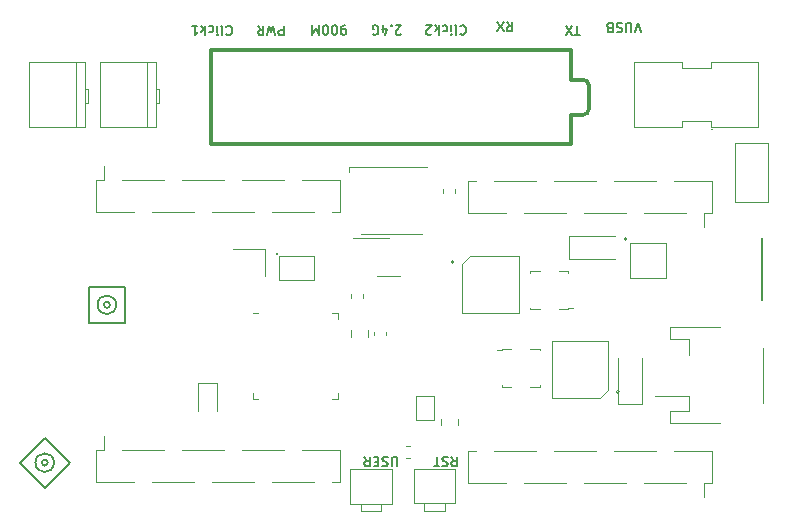
<source format=gbr>
G04 #@! TF.GenerationSoftware,KiCad,Pcbnew,5.1.3-ffb9f22~84~ubuntu19.04.1*
G04 #@! TF.CreationDate,2019-08-01T13:20:31-05:00*
G04 #@! TF.ProjectId,LeashPCB,4c656173-6850-4434-922e-6b696361645f,rev?*
G04 #@! TF.SameCoordinates,Original*
G04 #@! TF.FileFunction,Legend,Top*
G04 #@! TF.FilePolarity,Positive*
%FSLAX46Y46*%
G04 Gerber Fmt 4.6, Leading zero omitted, Abs format (unit mm)*
G04 Created by KiCad (PCBNEW 5.1.3-ffb9f22~84~ubuntu19.04.1) date 2019-08-01 13:20:31*
%MOMM*%
%LPD*%
G04 APERTURE LIST*
%ADD10C,0.150000*%
%ADD11C,0.300000*%
%ADD12C,0.120000*%
%ADD13C,0.100000*%
%ADD14C,0.080000*%
%ADD15C,0.050000*%
G04 APERTURE END LIST*
D10*
X133738095Y-76138095D02*
X134004761Y-76519047D01*
X134195238Y-76138095D02*
X134195238Y-76938095D01*
X133890476Y-76938095D01*
X133814285Y-76900000D01*
X133776190Y-76861904D01*
X133738095Y-76785714D01*
X133738095Y-76671428D01*
X133776190Y-76595238D01*
X133814285Y-76557142D01*
X133890476Y-76519047D01*
X134195238Y-76519047D01*
X133433333Y-76176190D02*
X133319047Y-76138095D01*
X133128571Y-76138095D01*
X133052380Y-76176190D01*
X133014285Y-76214285D01*
X132976190Y-76290476D01*
X132976190Y-76366666D01*
X133014285Y-76442857D01*
X133052380Y-76480952D01*
X133128571Y-76519047D01*
X133280952Y-76557142D01*
X133357142Y-76595238D01*
X133395238Y-76633333D01*
X133433333Y-76709523D01*
X133433333Y-76785714D01*
X133395238Y-76861904D01*
X133357142Y-76900000D01*
X133280952Y-76938095D01*
X133090476Y-76938095D01*
X132976190Y-76900000D01*
X132747619Y-76938095D02*
X132290476Y-76938095D01*
X132519047Y-76138095D02*
X132519047Y-76938095D01*
X129171428Y-76938095D02*
X129171428Y-76290476D01*
X129133333Y-76214285D01*
X129095238Y-76176190D01*
X129019047Y-76138095D01*
X128866666Y-76138095D01*
X128790476Y-76176190D01*
X128752380Y-76214285D01*
X128714285Y-76290476D01*
X128714285Y-76938095D01*
X128371428Y-76176190D02*
X128257142Y-76138095D01*
X128066666Y-76138095D01*
X127990476Y-76176190D01*
X127952380Y-76214285D01*
X127914285Y-76290476D01*
X127914285Y-76366666D01*
X127952380Y-76442857D01*
X127990476Y-76480952D01*
X128066666Y-76519047D01*
X128219047Y-76557142D01*
X128295238Y-76595238D01*
X128333333Y-76633333D01*
X128371428Y-76709523D01*
X128371428Y-76785714D01*
X128333333Y-76861904D01*
X128295238Y-76900000D01*
X128219047Y-76938095D01*
X128028571Y-76938095D01*
X127914285Y-76900000D01*
X127571428Y-76557142D02*
X127304761Y-76557142D01*
X127190476Y-76138095D02*
X127571428Y-76138095D01*
X127571428Y-76938095D01*
X127190476Y-76938095D01*
X126390476Y-76138095D02*
X126657142Y-76519047D01*
X126847619Y-76138095D02*
X126847619Y-76938095D01*
X126542857Y-76938095D01*
X126466666Y-76900000D01*
X126428571Y-76861904D01*
X126390476Y-76785714D01*
X126390476Y-76671428D01*
X126428571Y-76595238D01*
X126466666Y-76557142D01*
X126542857Y-76519047D01*
X126847619Y-76519047D01*
X134510000Y-39674285D02*
X134548095Y-39636190D01*
X134662380Y-39598095D01*
X134738571Y-39598095D01*
X134852857Y-39636190D01*
X134929047Y-39712380D01*
X134967142Y-39788571D01*
X135005238Y-39940952D01*
X135005238Y-40055238D01*
X134967142Y-40207619D01*
X134929047Y-40283809D01*
X134852857Y-40360000D01*
X134738571Y-40398095D01*
X134662380Y-40398095D01*
X134548095Y-40360000D01*
X134510000Y-40321904D01*
X134052857Y-39598095D02*
X134129047Y-39636190D01*
X134167142Y-39712380D01*
X134167142Y-40398095D01*
X133748095Y-39598095D02*
X133748095Y-40131428D01*
X133748095Y-40398095D02*
X133786190Y-40360000D01*
X133748095Y-40321904D01*
X133710000Y-40360000D01*
X133748095Y-40398095D01*
X133748095Y-40321904D01*
X133024285Y-39636190D02*
X133100476Y-39598095D01*
X133252857Y-39598095D01*
X133329047Y-39636190D01*
X133367142Y-39674285D01*
X133405238Y-39750476D01*
X133405238Y-39979047D01*
X133367142Y-40055238D01*
X133329047Y-40093333D01*
X133252857Y-40131428D01*
X133100476Y-40131428D01*
X133024285Y-40093333D01*
X132681428Y-39598095D02*
X132681428Y-40398095D01*
X132605238Y-39902857D02*
X132376666Y-39598095D01*
X132376666Y-40131428D02*
X132681428Y-39826666D01*
X132071904Y-40321904D02*
X132033809Y-40360000D01*
X131957619Y-40398095D01*
X131767142Y-40398095D01*
X131690952Y-40360000D01*
X131652857Y-40321904D01*
X131614761Y-40245714D01*
X131614761Y-40169523D01*
X131652857Y-40055238D01*
X132110000Y-39598095D01*
X131614761Y-39598095D01*
X149806666Y-40188095D02*
X149540000Y-39388095D01*
X149273333Y-40188095D01*
X149006666Y-40188095D02*
X149006666Y-39540476D01*
X148968571Y-39464285D01*
X148930476Y-39426190D01*
X148854285Y-39388095D01*
X148701904Y-39388095D01*
X148625714Y-39426190D01*
X148587619Y-39464285D01*
X148549523Y-39540476D01*
X148549523Y-40188095D01*
X148206666Y-39426190D02*
X148092380Y-39388095D01*
X147901904Y-39388095D01*
X147825714Y-39426190D01*
X147787619Y-39464285D01*
X147749523Y-39540476D01*
X147749523Y-39616666D01*
X147787619Y-39692857D01*
X147825714Y-39730952D01*
X147901904Y-39769047D01*
X148054285Y-39807142D01*
X148130476Y-39845238D01*
X148168571Y-39883333D01*
X148206666Y-39959523D01*
X148206666Y-40035714D01*
X148168571Y-40111904D01*
X148130476Y-40150000D01*
X148054285Y-40188095D01*
X147863809Y-40188095D01*
X147749523Y-40150000D01*
X147140000Y-39807142D02*
X147025714Y-39769047D01*
X146987619Y-39730952D01*
X146949523Y-39654761D01*
X146949523Y-39540476D01*
X146987619Y-39464285D01*
X147025714Y-39426190D01*
X147101904Y-39388095D01*
X147406666Y-39388095D01*
X147406666Y-40188095D01*
X147140000Y-40188095D01*
X147063809Y-40150000D01*
X147025714Y-40111904D01*
X146987619Y-40035714D01*
X146987619Y-39959523D01*
X147025714Y-39883333D01*
X147063809Y-39845238D01*
X147140000Y-39807142D01*
X147406666Y-39807142D01*
X138453333Y-39328095D02*
X138720000Y-39709047D01*
X138910476Y-39328095D02*
X138910476Y-40128095D01*
X138605714Y-40128095D01*
X138529523Y-40090000D01*
X138491428Y-40051904D01*
X138453333Y-39975714D01*
X138453333Y-39861428D01*
X138491428Y-39785238D01*
X138529523Y-39747142D01*
X138605714Y-39709047D01*
X138910476Y-39709047D01*
X138186666Y-40128095D02*
X137653333Y-39328095D01*
X137653333Y-40128095D02*
X138186666Y-39328095D01*
X144609523Y-40438095D02*
X144152380Y-40438095D01*
X144380952Y-39638095D02*
X144380952Y-40438095D01*
X143961904Y-40438095D02*
X143428571Y-39638095D01*
X143428571Y-40438095D02*
X143961904Y-39638095D01*
X129490000Y-40341904D02*
X129451904Y-40380000D01*
X129375714Y-40418095D01*
X129185238Y-40418095D01*
X129109047Y-40380000D01*
X129070952Y-40341904D01*
X129032857Y-40265714D01*
X129032857Y-40189523D01*
X129070952Y-40075238D01*
X129528095Y-39618095D01*
X129032857Y-39618095D01*
X128690000Y-39694285D02*
X128651904Y-39656190D01*
X128690000Y-39618095D01*
X128728095Y-39656190D01*
X128690000Y-39694285D01*
X128690000Y-39618095D01*
X127966190Y-40151428D02*
X127966190Y-39618095D01*
X128156666Y-40456190D02*
X128347142Y-39884761D01*
X127851904Y-39884761D01*
X127128095Y-40380000D02*
X127204285Y-40418095D01*
X127318571Y-40418095D01*
X127432857Y-40380000D01*
X127509047Y-40303809D01*
X127547142Y-40227619D01*
X127585238Y-40075238D01*
X127585238Y-39960952D01*
X127547142Y-39808571D01*
X127509047Y-39732380D01*
X127432857Y-39656190D01*
X127318571Y-39618095D01*
X127242380Y-39618095D01*
X127128095Y-39656190D01*
X127090000Y-39694285D01*
X127090000Y-39960952D01*
X127242380Y-39960952D01*
X124781428Y-39598095D02*
X124629047Y-39598095D01*
X124552857Y-39636190D01*
X124514761Y-39674285D01*
X124438571Y-39788571D01*
X124400476Y-39940952D01*
X124400476Y-40245714D01*
X124438571Y-40321904D01*
X124476666Y-40360000D01*
X124552857Y-40398095D01*
X124705238Y-40398095D01*
X124781428Y-40360000D01*
X124819523Y-40321904D01*
X124857619Y-40245714D01*
X124857619Y-40055238D01*
X124819523Y-39979047D01*
X124781428Y-39940952D01*
X124705238Y-39902857D01*
X124552857Y-39902857D01*
X124476666Y-39940952D01*
X124438571Y-39979047D01*
X124400476Y-40055238D01*
X123905238Y-40398095D02*
X123829047Y-40398095D01*
X123752857Y-40360000D01*
X123714761Y-40321904D01*
X123676666Y-40245714D01*
X123638571Y-40093333D01*
X123638571Y-39902857D01*
X123676666Y-39750476D01*
X123714761Y-39674285D01*
X123752857Y-39636190D01*
X123829047Y-39598095D01*
X123905238Y-39598095D01*
X123981428Y-39636190D01*
X124019523Y-39674285D01*
X124057619Y-39750476D01*
X124095714Y-39902857D01*
X124095714Y-40093333D01*
X124057619Y-40245714D01*
X124019523Y-40321904D01*
X123981428Y-40360000D01*
X123905238Y-40398095D01*
X123143333Y-40398095D02*
X123067142Y-40398095D01*
X122990952Y-40360000D01*
X122952857Y-40321904D01*
X122914761Y-40245714D01*
X122876666Y-40093333D01*
X122876666Y-39902857D01*
X122914761Y-39750476D01*
X122952857Y-39674285D01*
X122990952Y-39636190D01*
X123067142Y-39598095D01*
X123143333Y-39598095D01*
X123219523Y-39636190D01*
X123257619Y-39674285D01*
X123295714Y-39750476D01*
X123333809Y-39902857D01*
X123333809Y-40093333D01*
X123295714Y-40245714D01*
X123257619Y-40321904D01*
X123219523Y-40360000D01*
X123143333Y-40398095D01*
X122533809Y-39598095D02*
X122533809Y-40398095D01*
X122267142Y-39826666D01*
X122000476Y-40398095D01*
X122000476Y-39598095D01*
X119566666Y-39638095D02*
X119566666Y-40438095D01*
X119261904Y-40438095D01*
X119185714Y-40400000D01*
X119147619Y-40361904D01*
X119109523Y-40285714D01*
X119109523Y-40171428D01*
X119147619Y-40095238D01*
X119185714Y-40057142D01*
X119261904Y-40019047D01*
X119566666Y-40019047D01*
X118842857Y-40438095D02*
X118652380Y-39638095D01*
X118500000Y-40209523D01*
X118347619Y-39638095D01*
X118157142Y-40438095D01*
X117395238Y-39638095D02*
X117661904Y-40019047D01*
X117852380Y-39638095D02*
X117852380Y-40438095D01*
X117547619Y-40438095D01*
X117471428Y-40400000D01*
X117433333Y-40361904D01*
X117395238Y-40285714D01*
X117395238Y-40171428D01*
X117433333Y-40095238D01*
X117471428Y-40057142D01*
X117547619Y-40019047D01*
X117852380Y-40019047D01*
X114700000Y-39714285D02*
X114738095Y-39676190D01*
X114852380Y-39638095D01*
X114928571Y-39638095D01*
X115042857Y-39676190D01*
X115119047Y-39752380D01*
X115157142Y-39828571D01*
X115195238Y-39980952D01*
X115195238Y-40095238D01*
X115157142Y-40247619D01*
X115119047Y-40323809D01*
X115042857Y-40400000D01*
X114928571Y-40438095D01*
X114852380Y-40438095D01*
X114738095Y-40400000D01*
X114700000Y-40361904D01*
X114242857Y-39638095D02*
X114319047Y-39676190D01*
X114357142Y-39752380D01*
X114357142Y-40438095D01*
X113938095Y-39638095D02*
X113938095Y-40171428D01*
X113938095Y-40438095D02*
X113976190Y-40400000D01*
X113938095Y-40361904D01*
X113900000Y-40400000D01*
X113938095Y-40438095D01*
X113938095Y-40361904D01*
X113214285Y-39676190D02*
X113290476Y-39638095D01*
X113442857Y-39638095D01*
X113519047Y-39676190D01*
X113557142Y-39714285D01*
X113595238Y-39790476D01*
X113595238Y-40019047D01*
X113557142Y-40095238D01*
X113519047Y-40133333D01*
X113442857Y-40171428D01*
X113290476Y-40171428D01*
X113214285Y-40133333D01*
X112871428Y-39638095D02*
X112871428Y-40438095D01*
X112795238Y-39942857D02*
X112566666Y-39638095D01*
X112566666Y-40171428D02*
X112871428Y-39866666D01*
X111804761Y-39638095D02*
X112261904Y-39638095D01*
X112033333Y-39638095D02*
X112033333Y-40438095D01*
X112109523Y-40323809D01*
X112185714Y-40247619D01*
X112261904Y-40209523D01*
D11*
X145400000Y-44700000D02*
X145400000Y-46700000D01*
X145400000Y-46700000D02*
G75*
G02X144900000Y-47200000I-500000J0D01*
G01*
X144900000Y-44200000D02*
G75*
G02X145400000Y-44700000I0J-500000D01*
G01*
X143900000Y-41700000D02*
X113400000Y-41700000D01*
X143900000Y-44200000D02*
X143900000Y-41700000D01*
X144900000Y-44200000D02*
X143900000Y-44200000D01*
X143900000Y-47200000D02*
X144900000Y-47200000D01*
X143900000Y-49700000D02*
X143900000Y-47200000D01*
X113400000Y-49700000D02*
X143900000Y-49700000D01*
X113400000Y-41700000D02*
X113400000Y-49700000D01*
D12*
X105870000Y-75599999D02*
X109430000Y-75599999D01*
X103680000Y-75599999D02*
X104350000Y-75599999D01*
X123650000Y-78259999D02*
X124320000Y-78259999D01*
X104350000Y-75599999D02*
X104350000Y-74389999D01*
X118570000Y-78259999D02*
X122130000Y-78259999D01*
X108410000Y-78259999D02*
X111970000Y-78259999D01*
X103680000Y-78259999D02*
X103680000Y-75599999D01*
X121110000Y-75599999D02*
X124320000Y-75599999D01*
X116030000Y-75599999D02*
X119590000Y-75599999D01*
X103680000Y-78259999D02*
X106890000Y-78259999D01*
X113490000Y-78259999D02*
X117050000Y-78259999D01*
X124320000Y-78259999D02*
X124320000Y-75599999D01*
X110950000Y-75599999D02*
X114510000Y-75599999D01*
X103680000Y-55399999D02*
X103680000Y-52739999D01*
X103680000Y-52739999D02*
X104350000Y-52739999D01*
X105870000Y-52739999D02*
X109430000Y-52739999D01*
X110950000Y-52739999D02*
X114510000Y-52739999D01*
X116030000Y-52739999D02*
X119590000Y-52739999D01*
X121110000Y-52739999D02*
X124320000Y-52739999D01*
X124320000Y-55399999D02*
X124320000Y-52739999D01*
X103680000Y-55399999D02*
X106890000Y-55399999D01*
X108410000Y-55399999D02*
X111970000Y-55399999D01*
X113490000Y-55399999D02*
X117050000Y-55399999D01*
X118570000Y-55399999D02*
X122130000Y-55399999D01*
X123650000Y-55399999D02*
X124320000Y-55399999D01*
X104350000Y-52739999D02*
X104350000Y-51529999D01*
X157800000Y-49600000D02*
X157800000Y-54600000D01*
X160600000Y-49600000D02*
X157800000Y-49600000D01*
X160600000Y-54600000D02*
X160600000Y-49600000D01*
X157800000Y-54600000D02*
X160600000Y-54600000D01*
X125290000Y-65441422D02*
X125290000Y-65958578D01*
X126710000Y-65441422D02*
X126710000Y-65958578D01*
X153624856Y-55474182D02*
X150064856Y-55474182D01*
X155814856Y-55474182D02*
X155144856Y-55474182D01*
X135844856Y-52814182D02*
X135174856Y-52814182D01*
X155144856Y-55474182D02*
X155144856Y-56684182D01*
X140924856Y-52814182D02*
X137364856Y-52814182D01*
X151084856Y-52814182D02*
X147524856Y-52814182D01*
X155814856Y-52814182D02*
X155814856Y-55474182D01*
X138384856Y-55474182D02*
X135174856Y-55474182D01*
X143464856Y-55474182D02*
X139904856Y-55474182D01*
X155814856Y-52814182D02*
X152604856Y-52814182D01*
X146004856Y-52814182D02*
X142444856Y-52814182D01*
X135174856Y-52814182D02*
X135174856Y-55474182D01*
X148544856Y-55474182D02*
X144984856Y-55474182D01*
X155814856Y-75674182D02*
X155814856Y-78334182D01*
X155814856Y-78334182D02*
X155144856Y-78334182D01*
X153624856Y-78334182D02*
X150064856Y-78334182D01*
X148544856Y-78334182D02*
X144984856Y-78334182D01*
X143464856Y-78334182D02*
X139904856Y-78334182D01*
X138384856Y-78334182D02*
X135174856Y-78334182D01*
X135174856Y-75674182D02*
X135174856Y-78334182D01*
X155814856Y-75674182D02*
X152604856Y-75674182D01*
X151084856Y-75674182D02*
X147524856Y-75674182D01*
X146004856Y-75674182D02*
X142444856Y-75674182D01*
X140924856Y-75674182D02*
X137364856Y-75674182D01*
X135844856Y-75674182D02*
X135174856Y-75674182D01*
X155144856Y-78334182D02*
X155144856Y-79544182D01*
X155750000Y-42750000D02*
X159750000Y-42750000D01*
X155750000Y-43250000D02*
X155750000Y-42750000D01*
X153250000Y-43250000D02*
X155750000Y-43250000D01*
X153250000Y-42750000D02*
X153250000Y-43250000D01*
X149250000Y-42750000D02*
X153250000Y-42750000D01*
X149250000Y-48250000D02*
X149250000Y-42750000D01*
X155750000Y-47750000D02*
X155750000Y-48250000D01*
X153250000Y-47750000D02*
X155750000Y-47750000D01*
X153250000Y-48250000D02*
X153250000Y-47750000D01*
X149250000Y-48250000D02*
X153250000Y-48250000D01*
X159750000Y-48250000D02*
X155750000Y-48250000D01*
X159750000Y-42750000D02*
X159750000Y-48250000D01*
X143650000Y-63550000D02*
X144050000Y-63550000D01*
X140450000Y-60450000D02*
X140450000Y-60550000D01*
X141250000Y-60450000D02*
X140450000Y-60450000D01*
X143650000Y-60450000D02*
X142850000Y-60450000D01*
X143650000Y-60550000D02*
X143650000Y-60450000D01*
X140450000Y-63650000D02*
X140450000Y-63550000D01*
X141250000Y-63650000D02*
X140450000Y-63650000D01*
X143650000Y-63650000D02*
X143650000Y-63550000D01*
X142850000Y-63650000D02*
X143650000Y-63650000D01*
X138825000Y-67000000D02*
X138025000Y-67000000D01*
X138025000Y-67000000D02*
X138025000Y-67100000D01*
X140425000Y-67000000D02*
X141225000Y-67000000D01*
X141225000Y-67000000D02*
X141225000Y-67100000D01*
X138025000Y-70100000D02*
X138025000Y-70200000D01*
X138025000Y-70200000D02*
X138825000Y-70200000D01*
X140425000Y-70200000D02*
X141225000Y-70200000D01*
X141225000Y-70200000D02*
X141225000Y-70100000D01*
X138025000Y-67100000D02*
X137625000Y-67100000D01*
X160110000Y-71590000D02*
X160110000Y-66910000D01*
X153890000Y-66210000D02*
X153890000Y-67490000D01*
X152290000Y-66210000D02*
X153890000Y-66210000D01*
X152290000Y-65190000D02*
X152290000Y-66210000D01*
X156540000Y-65190000D02*
X152290000Y-65190000D01*
X153890000Y-71010000D02*
X151000000Y-71010000D01*
X153890000Y-72290000D02*
X153890000Y-71010000D01*
X152290000Y-72290000D02*
X153890000Y-72290000D01*
X152290000Y-73310000D02*
X152290000Y-72290000D01*
X156540000Y-73310000D02*
X152290000Y-73310000D01*
D13*
X114490000Y-38650000D02*
G75*
G03X114490000Y-38650000I-50000J0D01*
G01*
X134405000Y-38650000D02*
G75*
G03X134405000Y-38650000I-50000J0D01*
G01*
X119640000Y-38650000D02*
G75*
G03X119640000Y-38650000I-50000J0D01*
G01*
X124640000Y-38650000D02*
G75*
G03X124640000Y-38650000I-50000J0D01*
G01*
X129390000Y-38650000D02*
G75*
G03X129390000Y-38650000I-50000J0D01*
G01*
X149640000Y-38650000D02*
G75*
G03X149640000Y-38650000I-50000J0D01*
G01*
X139425000Y-38640000D02*
G75*
G03X139425000Y-38640000I-50000J0D01*
G01*
X144490000Y-38650000D02*
G75*
G03X144490000Y-38650000I-50000J0D01*
G01*
D12*
X131300000Y-57240000D02*
X126100000Y-57240000D01*
X131700000Y-51640000D02*
X125100000Y-51640000D01*
X125100000Y-51640000D02*
X125100000Y-52040000D01*
X128450000Y-57630000D02*
X125450000Y-57630000D01*
X129450000Y-60870000D02*
X127450000Y-60870000D01*
X148900000Y-58000000D02*
X151900000Y-58000000D01*
X151900000Y-58000000D02*
X151900000Y-61000000D01*
X151900000Y-61000000D02*
X148900000Y-61000000D01*
X148900000Y-61000000D02*
X148900000Y-58000000D01*
X148600000Y-57700000D02*
G75*
G03X148600000Y-57700000I-100000J0D01*
G01*
D10*
X160030000Y-59250000D02*
X160030000Y-61250000D01*
X160030000Y-61260000D02*
X160030000Y-62860000D01*
X160030000Y-57640000D02*
X160030000Y-59240000D01*
D12*
X125290000Y-62337221D02*
X125290000Y-62662779D01*
X126310000Y-62337221D02*
X126310000Y-62662779D01*
X133991421Y-59650000D02*
G75*
G03X133991421Y-59650000I-141421J0D01*
G01*
X135350000Y-59150000D02*
X134650000Y-59850000D01*
X139450000Y-59150000D02*
X135350000Y-59150000D01*
X139450000Y-63950000D02*
X139450000Y-59150000D01*
X134650000Y-63950000D02*
X139450000Y-63950000D01*
X134650000Y-59850000D02*
X134650000Y-63950000D01*
X147991421Y-70650000D02*
G75*
G03X147991421Y-70650000I-141421J0D01*
G01*
X146350000Y-71150000D02*
X147050000Y-70450000D01*
X142250000Y-71150000D02*
X146350000Y-71150000D01*
X142250000Y-66350000D02*
X142250000Y-71150000D01*
X147050000Y-66350000D02*
X142250000Y-66350000D01*
X147050000Y-70450000D02*
X147050000Y-66350000D01*
X130262779Y-75190000D02*
X129937221Y-75190000D01*
X130262779Y-76210000D02*
X129937221Y-76210000D01*
D14*
X132250000Y-71000000D02*
X130750000Y-71000000D01*
X132250000Y-73000000D02*
X132250000Y-71000000D01*
X130750000Y-73000000D02*
X132250000Y-73000000D01*
X130750000Y-71000000D02*
X130750000Y-73000000D01*
D15*
X119070711Y-58950000D02*
G75*
G03X119070711Y-58950000I-70711J0D01*
G01*
X119150000Y-61150000D02*
X119150000Y-59150000D01*
X122150000Y-61150000D02*
X119150000Y-61150000D01*
X122150000Y-59150000D02*
X122150000Y-61150000D01*
X119150000Y-59150000D02*
X122150000Y-59150000D01*
D10*
X103090000Y-64775000D02*
X103090000Y-61775000D01*
X106090000Y-64775000D02*
X103090000Y-64775000D01*
X106090000Y-61775000D02*
X106090000Y-64775000D01*
X103090000Y-61775000D02*
X106090000Y-61775000D01*
X104840000Y-63275000D02*
G75*
G03X104840000Y-63275000I-250000J0D01*
G01*
X105380569Y-63275000D02*
G75*
G03X105380569Y-63275000I-790569J0D01*
G01*
X99330000Y-78761320D02*
X97208680Y-76640000D01*
X101451320Y-76640000D02*
X99330000Y-78761320D01*
X99330000Y-74518680D02*
X101451320Y-76640000D01*
X97208680Y-76640000D02*
X99330000Y-74518680D01*
X99580000Y-76640000D02*
G75*
G03X99580000Y-76640000I-250000J0D01*
G01*
X100120569Y-76640000D02*
G75*
G03X100120569Y-76640000I-790569J0D01*
G01*
D12*
X134110000Y-53812779D02*
X134110000Y-53487221D01*
X133090000Y-53812779D02*
X133090000Y-53487221D01*
D15*
X127820000Y-80750000D02*
X127820000Y-80100000D01*
X126120000Y-80750000D02*
X127820000Y-80750000D01*
X126120000Y-80100000D02*
X126120000Y-80750000D01*
X125220000Y-80100000D02*
X125220000Y-77200000D01*
X128720000Y-80100000D02*
X125220000Y-80100000D01*
X128720000Y-77200000D02*
X128720000Y-80100000D01*
X125220000Y-77200000D02*
X128720000Y-77200000D01*
X133180000Y-80710000D02*
X133180000Y-80060000D01*
X131480000Y-80710000D02*
X133180000Y-80710000D01*
X131480000Y-80060000D02*
X131480000Y-80710000D01*
X130580000Y-80060000D02*
X130580000Y-77160000D01*
X134080000Y-80060000D02*
X130580000Y-80060000D01*
X134080000Y-77160000D02*
X134080000Y-80060000D01*
X130580000Y-77160000D02*
X134080000Y-77160000D01*
D12*
X117415000Y-63990000D02*
X116940000Y-63990000D01*
X124160000Y-71210000D02*
X124160000Y-70735000D01*
X123685000Y-71210000D02*
X124160000Y-71210000D01*
X116940000Y-71210000D02*
X116940000Y-70735000D01*
X117415000Y-71210000D02*
X116940000Y-71210000D01*
X124160000Y-63990000D02*
X124160000Y-64465000D01*
X123685000Y-63990000D02*
X124160000Y-63990000D01*
X109000000Y-45000000D02*
X108750000Y-45000000D01*
X109000000Y-46200000D02*
X109000000Y-45000000D01*
X108750000Y-46200000D02*
X109000000Y-46200000D01*
X108750000Y-48250000D02*
X108000000Y-48250000D01*
X108000000Y-42750000D02*
X108750000Y-42750000D01*
X108750000Y-42750000D02*
X108750000Y-48250000D01*
X104000000Y-48250000D02*
X104000000Y-42750000D01*
X104000000Y-42750000D02*
X108000000Y-42750000D01*
X108000000Y-42750000D02*
X108000000Y-48250000D01*
X108000000Y-48250000D02*
X104000000Y-48250000D01*
X103000000Y-45000000D02*
X102750000Y-45000000D01*
X103000000Y-46200000D02*
X103000000Y-45000000D01*
X102750000Y-46200000D02*
X103000000Y-46200000D01*
X102750000Y-48250000D02*
X102000000Y-48250000D01*
X102000000Y-42750000D02*
X102750000Y-42750000D01*
X102750000Y-42750000D02*
X102750000Y-48250000D01*
X98000000Y-48250000D02*
X98000000Y-42750000D01*
X98000000Y-42750000D02*
X102000000Y-42750000D01*
X102000000Y-42750000D02*
X102000000Y-48250000D01*
X102000000Y-48250000D02*
X98000000Y-48250000D01*
X147900000Y-71650000D02*
X147900000Y-67750000D01*
X149900000Y-71650000D02*
X149900000Y-67750000D01*
X147900000Y-71650000D02*
X149900000Y-71650000D01*
X143750000Y-57430000D02*
X147650000Y-57430000D01*
X143750000Y-59430000D02*
X147650000Y-59430000D01*
X143750000Y-57430000D02*
X143750000Y-59430000D01*
X127180000Y-65537221D02*
X127180000Y-65862779D01*
X128200000Y-65537221D02*
X128200000Y-65862779D01*
X117960000Y-58530000D02*
X115260000Y-58530000D01*
X117960000Y-60830000D02*
X117960000Y-58530000D01*
X112350000Y-69870000D02*
X112350000Y-72270000D01*
X113950000Y-69870000D02*
X112350000Y-69870000D01*
X113950000Y-72270000D02*
X113950000Y-69870000D01*
D13*
X155850000Y-48410000D02*
G75*
G03X155850000Y-48410000I-50000J0D01*
G01*
D12*
X132890000Y-72941422D02*
X132890000Y-73458578D01*
X134310000Y-72941422D02*
X134310000Y-73458578D01*
M02*

</source>
